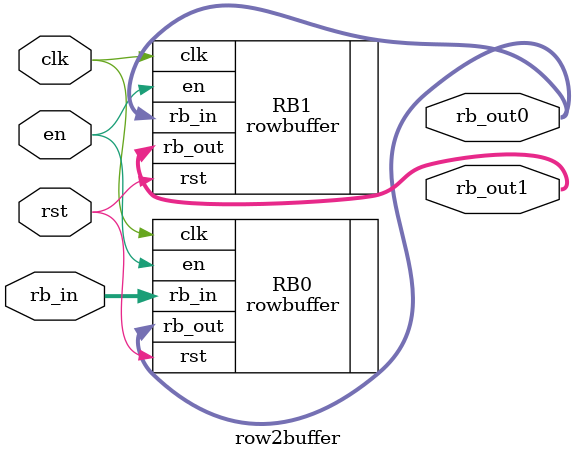
<source format=v>
module row2buffer #(parameter COLS = 28, BIT_WIDTH = 8)(
	input clk, rst,
	input [BIT_WIDTH-1:0] rb_in,
	input en,	// whether to latch or not
	output [BIT_WIDTH-1:0] rb_out0, rb_out1
);

// first row to receive input
rowbuffer #(.COLS(COLS), .BIT_WIDTH(BIT_WIDTH)) RB0(  .clk(clk),
							.rst(rst),
							.rb_in(rb_in),
							.en(en),
							.rb_out(rb_out0)
);

// last row to receive input
rowbuffer #(.COLS(COLS), .BIT_WIDTH(BIT_WIDTH)) RB1(  .clk(clk),
							.rst(rst),
							.rb_in(rb_out0),
							.en(en),
							.rb_out(rb_out1)
);

endmodule

</source>
